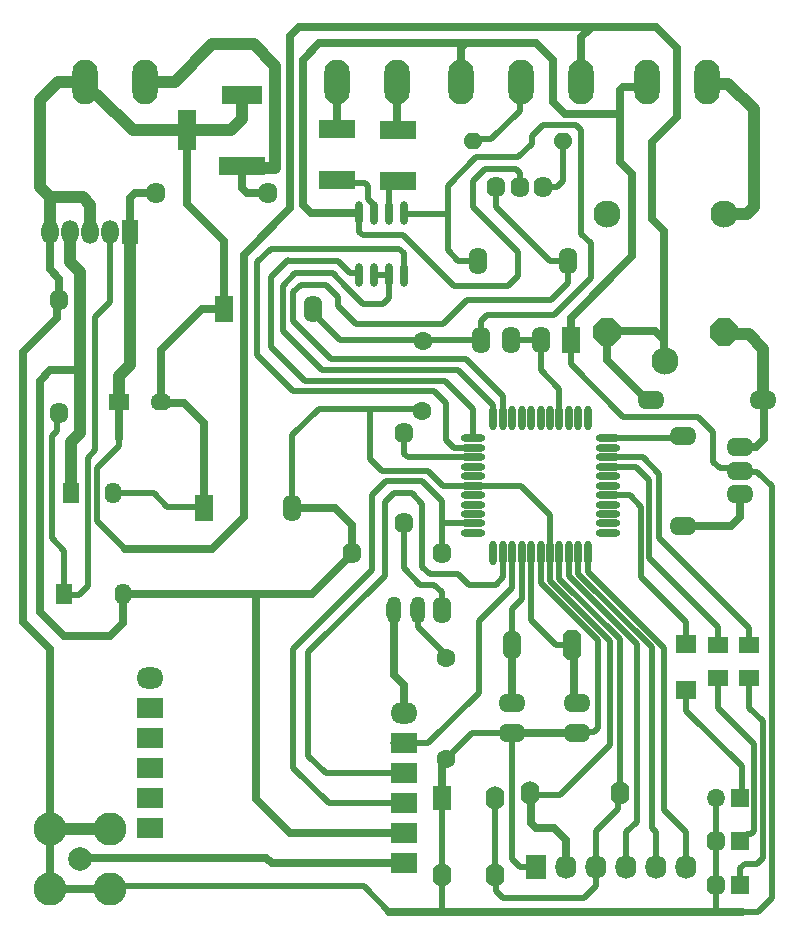
<source format=gbl>
G04*
G04 #@! TF.GenerationSoftware,Altium Limited,Altium Designer,21.0.4 (50)*
G04*
G04 Layer_Physical_Order=2*
G04 Layer_Color=16711680*
%FSLAX25Y25*%
%MOIN*%
G70*
G04*
G04 #@! TF.SameCoordinates,12FB1632-45AB-43FF-B197-4242C5EB684E*
G04*
G04*
G04 #@! TF.FilePolarity,Positive*
G04*
G01*
G75*
%ADD10R,0.06890X0.06496*%
%ADD11R,0.06500X0.05500*%
%ADD12R,0.12205X0.05906*%
%ADD13O,0.02461X0.07874*%
%ADD14O,0.08071X0.02362*%
%ADD15O,0.02362X0.08071*%
%ADD16C,0.01968*%
%ADD17C,0.02756*%
%ADD18C,0.03937*%
%ADD19R,0.06299X0.09055*%
%ADD20O,0.06299X0.09055*%
%ADD21O,0.05906X0.06299*%
%ADD22R,0.05906X0.06299*%
%ADD23O,0.06299X0.07087*%
%ADD24R,0.07000X0.08000*%
%ADD25O,0.07000X0.08000*%
%ADD26O,0.05000X0.09055*%
%ADD27O,0.06299X0.07087*%
%ADD28O,0.08500X0.15000*%
%ADD29R,0.05906X0.13780*%
%ADD30R,0.13780X0.05906*%
%ADD31R,0.15748X0.05906*%
%ADD32O,0.06299X0.05512*%
%ADD33O,0.06299X0.07874*%
%ADD34O,0.09055X0.06299*%
%ADD35O,0.05512X0.07087*%
%ADD36R,0.05512X0.07087*%
%ADD37R,0.07087X0.05512*%
%ADD38O,0.07087X0.05512*%
%ADD39O,0.06102X0.07087*%
%ADD40C,0.09055*%
%ADD41P,0.09801X8X22.5*%
%ADD42R,0.06299X0.07874*%
%ADD43R,0.09055X0.07087*%
%ADD44O,0.09055X0.07087*%
%ADD45O,0.09055X0.06299*%
G04:AMPARAMS|DCode=46|XSize=78.74mil|YSize=57.09mil|CornerRadius=28.54mil|HoleSize=0mil|Usage=FLASHONLY|Rotation=270.000|XOffset=0mil|YOffset=0mil|HoleType=Round|Shape=RoundedRectangle|*
%AMROUNDEDRECTD46*
21,1,0.07874,0.00000,0,0,270.0*
21,1,0.02165,0.05709,0,0,270.0*
1,1,0.05709,0.00000,-0.01083*
1,1,0.05709,0.00000,0.01083*
1,1,0.05709,0.00000,0.01083*
1,1,0.05709,0.00000,-0.01083*
%
%ADD46ROUNDEDRECTD46*%
%ADD47R,0.05709X0.07874*%
%ADD48C,0.11024*%
%ADD49C,0.07874*%
G04:AMPARAMS|DCode=50|XSize=100mil|YSize=60mil|CornerRadius=0mil|HoleSize=0mil|Usage=FLASHONLY|Rotation=270.000|XOffset=0mil|YOffset=0mil|HoleType=Round|Shape=Octagon|*
%AMOCTAGOND50*
4,1,8,-0.01500,-0.05000,0.01500,-0.05000,0.03000,-0.03500,0.03000,0.03500,0.01500,0.05000,-0.01500,0.05000,-0.03000,0.03500,-0.03000,-0.03500,-0.01500,-0.05000,0.0*
%
%ADD50OCTAGOND50*%

%ADD51O,0.06000X0.10000*%
%ADD52C,0.06299*%
D10*
X405500Y242823D02*
D03*
Y258177D02*
D03*
D11*
X426500Y258000D02*
D03*
Y247000D02*
D03*
X416000Y258000D02*
D03*
Y247000D02*
D03*
D12*
X309500Y429453D02*
D03*
Y412547D02*
D03*
X289000Y429953D02*
D03*
Y413047D02*
D03*
D13*
X296500Y401736D02*
D03*
X301500D02*
D03*
X306500D02*
D03*
X311500D02*
D03*
X301500Y381264D02*
D03*
X296500D02*
D03*
X306500D02*
D03*
X311500D02*
D03*
D14*
X379441Y295252D02*
D03*
Y298402D02*
D03*
Y301551D02*
D03*
Y304701D02*
D03*
Y307850D02*
D03*
Y311000D02*
D03*
Y314150D02*
D03*
Y317299D02*
D03*
Y320449D02*
D03*
Y323598D02*
D03*
Y326748D02*
D03*
X334559D02*
D03*
Y323598D02*
D03*
Y320449D02*
D03*
Y317299D02*
D03*
Y314150D02*
D03*
Y311000D02*
D03*
Y307850D02*
D03*
Y304701D02*
D03*
Y301551D02*
D03*
Y298402D02*
D03*
Y295252D02*
D03*
D15*
X372748Y333441D02*
D03*
X369598D02*
D03*
X366449D02*
D03*
X363299D02*
D03*
X360150D02*
D03*
X357000D02*
D03*
X353850D02*
D03*
X350701D02*
D03*
X347551D02*
D03*
X344402D02*
D03*
X341252D02*
D03*
Y288559D02*
D03*
X344402D02*
D03*
X347551D02*
D03*
X350701D02*
D03*
X353850D02*
D03*
X357000D02*
D03*
X360150D02*
D03*
X363299D02*
D03*
X366449D02*
D03*
X369598D02*
D03*
X372748D02*
D03*
D16*
X298347Y412000D02*
X299500Y410847D01*
Y406576D02*
Y410847D01*
X301500Y401736D02*
Y404576D01*
X299500Y406576D02*
X301500Y404576D01*
X328000Y377500D02*
X346000D01*
X349500Y381000D01*
X334500Y404000D02*
X349500Y389000D01*
Y381000D02*
Y389000D01*
X262500Y385500D02*
X267000Y390000D01*
X267250Y380500D02*
X272875Y386125D01*
X289500Y386000D02*
X293500Y382000D01*
X272875Y386125D02*
X273000Y386000D01*
X289500D01*
X285500Y378000D02*
X289500Y374000D01*
X298500Y365000D02*
X298685Y364815D01*
X295500Y365000D02*
X298500D01*
X289500Y371000D02*
Y374000D01*
Y371000D02*
X295500Y365000D01*
X311406Y381358D02*
Y388500D01*
X309906Y390000D02*
X311406Y388500D01*
X267000Y390000D02*
X309906D01*
X296273Y382000D02*
X296500Y381773D01*
X293500Y382000D02*
X296273D01*
X296500Y381264D02*
Y381773D01*
X297653Y394500D02*
X311000D01*
X296500Y395653D02*
X297653Y394500D01*
X296500Y395653D02*
Y401736D01*
X311000Y394500D02*
X328000Y377500D01*
X301500Y381264D02*
X306500D01*
X297750Y371500D02*
X304500D01*
X306500Y373500D01*
X298685Y364815D02*
X323315D01*
X292000Y377250D02*
Y377397D01*
Y377250D02*
X297750Y371500D01*
X329500Y386000D02*
X336000D01*
X326000Y389500D02*
X329500Y386000D01*
X326000Y389500D02*
Y401500D01*
Y411000D01*
X311727Y401500D02*
X326000D01*
X311500Y401727D02*
Y401736D01*
Y401727D02*
X311727Y401500D01*
X306500Y401736D02*
Y410579D01*
X308469Y412547D01*
X309500D01*
X289000Y413047D02*
X290047Y412000D01*
X298347D01*
X306500Y373500D02*
Y381264D01*
X311406Y381358D02*
X311500Y381264D01*
X287647Y381750D02*
X292000Y377397D01*
X277000Y378000D02*
X285500D01*
X275250Y381750D02*
X287647D01*
X290150Y359500D02*
X337000D01*
X281028Y368622D02*
X290150Y359500D01*
X281028Y368622D02*
Y370000D01*
X267250Y357250D02*
Y380500D01*
X271000Y377500D02*
X275250Y381750D01*
X271000Y362500D02*
Y377500D01*
X323500Y365000D02*
X324500D01*
X323315Y364815D02*
X323500Y365000D01*
X274500Y366000D02*
Y375500D01*
X277000Y378000D01*
X311500Y283437D02*
X316968Y277969D01*
X321597D02*
X324000Y275565D01*
X316968Y277969D02*
X321597D01*
X342000Y278000D02*
X344402Y280402D01*
Y288559D01*
X329500Y281500D02*
X333000Y278000D01*
X317500Y284000D02*
X320000Y281500D01*
X333000Y278000D02*
X342000D01*
X320000Y281500D02*
X329500D01*
X324000Y269500D02*
Y275565D01*
Y298303D02*
X324098Y298402D01*
X324000Y288500D02*
Y298303D01*
X274264Y327764D02*
X283000Y336500D01*
X274264Y303500D02*
Y327764D01*
X283000Y336500D02*
X300000D01*
X304000Y316000D02*
X319500D01*
X300000Y336500D02*
X317000D01*
X300000Y320000D02*
X304000Y316000D01*
X300000Y320000D02*
Y336500D01*
X319622Y225122D02*
X336500Y242000D01*
Y266000D01*
X424058Y169000D02*
X429500D01*
X424000Y169058D02*
X424058Y169000D01*
X429500D02*
X434000Y173500D01*
X213500Y372240D02*
Y395500D01*
X208500Y367240D02*
X213500Y372240D01*
X208500Y322787D02*
Y367240D01*
X405500Y236000D02*
X424000Y217500D01*
X405500Y236000D02*
Y242500D01*
X424000Y207500D02*
Y217500D01*
X396500Y293500D02*
X426500Y263500D01*
Y258000D02*
Y263500D01*
X416000Y258000D02*
Y264000D01*
X393256Y286744D02*
X416000Y264000D01*
X390500Y280500D02*
X405500Y265500D01*
Y257854D02*
Y265500D01*
X423500Y183500D02*
X425000Y185000D01*
X429000D02*
X431000Y187000D01*
X425000Y185000D02*
X429000D01*
X431000Y187000D02*
Y232500D01*
X423500Y178000D02*
Y183500D01*
X415500Y169058D02*
Y178000D01*
Y192500D01*
Y207000D01*
X423500D02*
X424000Y207500D01*
X416000Y236847D02*
Y247000D01*
X426500Y237000D02*
Y247000D01*
Y237000D02*
X431000Y232500D01*
X379441Y307850D02*
X386650D01*
X390500Y304000D01*
Y280500D02*
Y304000D01*
X393256Y286744D02*
Y312744D01*
X388701Y317299D02*
X393256Y312744D01*
X425665Y195059D02*
X427059D01*
X423500Y192500D02*
Y192894D01*
X425665Y195059D01*
X428022Y196022D02*
Y224825D01*
X427059Y195059D02*
X428022Y196022D01*
X416000Y236847D02*
X428022Y224825D01*
X434000Y173500D02*
Y311000D01*
X429285Y315715D02*
X434000Y311000D01*
X423785Y315715D02*
X429285D01*
X262500Y354500D02*
Y385500D01*
Y354500D02*
X274500Y342500D01*
X321500D01*
X278500Y346000D02*
X325000D01*
X267250Y357250D02*
X278500Y346000D01*
X271000Y362500D02*
X284000Y349500D01*
X329500D01*
X287250Y353250D02*
X332152D01*
X274500Y366000D02*
X287250Y353250D01*
X324500Y365000D02*
X332500Y373000D01*
X342000Y176000D02*
X344500Y173500D01*
X342000Y176000D02*
Y181063D01*
X341642Y181421D02*
Y206579D01*
Y181421D02*
X341858Y181205D01*
X342000Y181063D01*
X341642Y206579D02*
X341858Y206795D01*
X347500Y186500D02*
Y228500D01*
Y186500D02*
X350000Y184000D01*
X355500D01*
X209250Y299250D02*
Y317000D01*
X216610Y324360D01*
Y327000D01*
X206000Y320287D02*
X208500Y322787D01*
X206000Y277500D02*
Y320287D01*
X209250Y299250D02*
X218500Y290000D01*
X203000Y274500D02*
X206000Y277500D01*
X369598Y281491D02*
X394000Y257090D01*
Y197000D02*
Y257090D01*
X366449Y280744D02*
X389000Y258192D01*
X394000Y197000D02*
X395500Y195500D01*
X398250Y202750D02*
X405500Y195500D01*
X372748Y282239D02*
X398250Y256737D01*
Y202750D02*
Y256737D01*
X396500Y293500D02*
Y315000D01*
X405500Y184000D02*
Y195500D01*
X395500Y184000D02*
Y195500D01*
X385500D02*
X389000Y199000D01*
Y258192D01*
X422671Y316829D02*
X423785Y315715D01*
X384581Y333919D02*
X409581D01*
X414500Y329000D01*
X367000Y351500D02*
Y359500D01*
Y351500D02*
X384581Y333919D01*
X414500Y319000D02*
Y329000D01*
Y319000D02*
X416671Y316829D01*
X422671D01*
X379516Y326823D02*
X403823D01*
X404500Y327500D01*
X379441Y326748D02*
X379516Y326823D01*
X373750Y380250D02*
Y391750D01*
X339000Y368000D02*
X361500D01*
X373750Y380250D01*
X298058Y177500D02*
X306500Y169058D01*
X214500Y177500D02*
X298058D01*
X213500Y176500D02*
X214500Y177500D01*
X317000Y336500D02*
X317500Y336000D01*
X311500Y321602D02*
Y328500D01*
Y283437D02*
Y298500D01*
X321500Y342500D02*
X325500Y338500D01*
X344402Y333441D02*
Y341000D01*
X332152Y353250D02*
X344402Y341000D01*
X341000Y338000D02*
X341252D01*
Y333441D02*
Y338000D01*
X329500Y349500D02*
X341000Y338000D01*
X334559Y326748D02*
Y336441D01*
X325000Y346000D02*
X334559Y336441D01*
X325500Y326098D02*
Y338500D01*
Y326098D02*
X328000Y323598D01*
X337000Y359500D02*
Y366000D01*
X339000Y368000D01*
X370500Y395000D02*
X373750Y391750D01*
X347000Y359500D02*
X357000D01*
Y349500D02*
X363299Y343201D01*
X357000Y349500D02*
Y359500D01*
X324142Y169058D02*
Y181205D01*
X324000Y298500D02*
Y306000D01*
X317500Y312500D02*
X324000Y306000D01*
X317500Y284000D02*
Y305000D01*
X305000Y281000D02*
Y305500D01*
X314000Y308500D02*
X317500Y305000D01*
X308000Y308500D02*
X314000D01*
X305000Y305500D02*
X308000Y308500D01*
X300750Y307750D02*
X305500Y312500D01*
X317500D01*
X288067Y205122D02*
X311323D01*
X286311Y205189D02*
X288000D01*
X288067Y205122D01*
X285378Y215122D02*
X311323D01*
X307646Y225189D02*
X311390D01*
X311323Y225122D02*
X319622D01*
X311323D02*
X311390Y225189D01*
X344500Y173500D02*
X371500D01*
X385500Y184000D02*
Y195500D01*
X375500Y177500D02*
Y184000D01*
X371500Y173500D02*
X375500Y177500D01*
X382671Y207671D02*
X383500Y208500D01*
X382671Y203171D02*
Y207671D01*
X375500Y196000D02*
X382671Y203171D01*
X375500Y184000D02*
Y196000D01*
X350000Y445000D02*
X350500Y445500D01*
X350000Y436000D02*
Y445000D01*
X340500Y426500D02*
X350000Y436000D01*
X334500Y426000D02*
X335000Y426500D01*
X340500D01*
X194000Y293500D02*
Y327500D01*
X195709Y334430D02*
X196500Y335221D01*
X195709Y329209D02*
Y334430D01*
X194000Y327500D02*
X195709Y329209D01*
X312653Y320449D02*
X334559D01*
X311500Y321602D02*
X312653Y320449D01*
X232500Y304000D02*
X244236D01*
X228000Y308500D02*
X232500Y304000D01*
X214390Y308500D02*
X228000D01*
X274500Y217000D02*
Y256500D01*
X300750Y282750D01*
Y307750D01*
X279500Y221000D02*
Y255500D01*
X305000Y281000D01*
X324098Y298402D02*
X334559D01*
X324000Y298500D02*
X324098Y298402D01*
X324500Y311000D02*
X334559D01*
X319500Y316000D02*
X324500Y311000D01*
X194000Y293500D02*
X198158Y289342D01*
Y275000D02*
Y289342D01*
X198658Y274500D02*
X203000D01*
X198158Y275000D02*
X198658Y274500D01*
X244236Y304000D02*
X244736Y303500D01*
X274500Y217000D02*
X286311Y205189D01*
X328000Y323598D02*
X334559D01*
X325500Y220000D02*
X334000Y228500D01*
X334559Y311000D02*
X350500D01*
X342126Y403874D02*
Y410500D01*
Y403874D02*
X360000Y386000D01*
X366000D01*
Y378500D02*
Y386000D01*
X360500Y373000D02*
X366000Y378500D01*
X332500Y373000D02*
X360500D01*
X316126Y263874D02*
X325000Y255000D01*
X316126Y263874D02*
Y269500D01*
X279500Y221000D02*
X285378Y215122D01*
X336500Y266000D02*
X347500Y277000D01*
Y288508D01*
X347551Y288559D01*
X360150D02*
Y301350D01*
X350500Y311000D02*
X360150Y301350D01*
X324142Y181205D02*
Y206795D01*
X334000Y228500D02*
X347500D01*
X357000Y278500D02*
Y288559D01*
X360150Y279248D02*
Y288559D01*
Y279248D02*
X380000Y259397D01*
Y224500D02*
Y259397D01*
X383500Y208500D02*
Y259795D01*
X376000Y230153D02*
Y259500D01*
X363299Y279996D02*
Y288559D01*
X374847Y229000D02*
X376000Y230153D01*
X363299Y279996D02*
X383500Y259795D01*
X372748Y282239D02*
Y288559D01*
X357000Y278500D02*
X376000Y259500D01*
X369598Y281491D02*
Y288559D01*
X369500Y229000D02*
X374847D01*
X366449Y280744D02*
Y288559D01*
X369000Y228500D02*
X369500Y229000D01*
X353890Y208110D02*
X354000Y208000D01*
X353500Y208500D02*
X353890Y208110D01*
X354000Y208000D02*
X363500D01*
X380000Y224500D01*
X353850Y266150D02*
X362000Y258000D01*
X367500D01*
X353850Y266150D02*
Y288559D01*
X350701Y273201D02*
Y288559D01*
X347500Y270000D02*
X350701Y273201D01*
X347500Y258000D02*
Y270000D01*
X379441Y320449D02*
X391000D01*
X396449Y315000D02*
X396500D01*
X391000Y320449D02*
X396449Y315000D01*
X379441Y317299D02*
X388701D01*
X357653Y431244D02*
X368756D01*
X370500Y395000D02*
Y429500D01*
X368756Y431244D02*
X370500Y429500D01*
X349500Y420500D02*
X354000Y425000D01*
Y427591D02*
X357653Y431244D01*
X354000Y425000D02*
Y427591D01*
X364500Y412500D02*
Y426000D01*
X362500Y410500D02*
X364500Y412500D01*
X334500D02*
X338500Y416500D01*
X334500Y404000D02*
Y412500D01*
X338500Y416500D02*
X348847D01*
X350000Y410500D02*
Y415347D01*
X348847Y416500D02*
X350000Y415347D01*
X326000Y411000D02*
X335500Y420500D01*
X349500D01*
X357874Y410500D02*
X362500D01*
X363299Y333441D02*
Y343201D01*
X331000Y298500D02*
X331023Y298477D01*
X334484D02*
X334559Y298402D01*
X331023Y298477D02*
X334484D01*
D17*
X277705Y404531D02*
X280500Y401736D01*
X296500D01*
X288500Y412547D02*
X289000Y413047D01*
X301352Y401884D02*
X301500Y401736D01*
X306352Y401884D02*
X306500Y401736D01*
X274264Y303500D02*
X288500D01*
X294000Y288500D02*
Y298000D01*
X288500Y303500D02*
X294000Y298000D01*
X262500Y275000D02*
X280894D01*
X217843D02*
X262500D01*
X262000Y274500D02*
X262500Y275000D01*
X262000Y206689D02*
Y274500D01*
X294000Y288106D02*
Y288500D01*
X280894Y275000D02*
X294000Y288106D01*
X311323Y235122D02*
Y244677D01*
X308252Y247748D02*
Y269500D01*
Y247748D02*
X311323Y244677D01*
X257500Y410114D02*
X259114Y408500D01*
X266280D01*
X257500Y410114D02*
Y417689D01*
X220193Y406886D02*
X221807Y408500D01*
X220193Y395500D02*
Y406886D01*
X221807Y408500D02*
X228720D01*
X196500Y372779D02*
Y380000D01*
X193421Y383079D02*
X196500Y380000D01*
X193421Y383079D02*
Y395500D01*
X415500Y169058D02*
X424000D01*
X324142D02*
X415500D01*
X325500Y219041D02*
Y220000D01*
X324142Y206795D02*
Y217683D01*
X325500Y219041D01*
X216610Y327000D02*
Y339000D01*
X218500Y290000D02*
X247500D01*
X258000Y300500D01*
Y388000D02*
X273500Y403500D01*
X374000Y464000D02*
X395500D01*
X276500D02*
X374000D01*
X273500Y461000D02*
X276500Y464000D01*
X273500Y403500D02*
Y461000D01*
X258000Y300500D02*
Y388000D01*
X370500Y460500D02*
X374000Y464000D01*
X370500Y445500D02*
Y460500D01*
X395500Y464000D02*
X402500Y457000D01*
Y434000D02*
Y457000D01*
X394000Y425500D02*
X402500Y434000D01*
X394000Y400000D02*
Y425500D01*
Y400000D02*
X398000Y396000D01*
Y359500D02*
Y396000D01*
X379366Y362500D02*
X395000D01*
X379012Y362146D02*
X379366Y362500D01*
X395000D02*
X398000Y359500D01*
Y353000D02*
Y359500D01*
Y353000D02*
X398500Y352500D01*
X379012Y352831D02*
Y362146D01*
X392342Y339500D02*
X393721D01*
X379012Y352831D02*
X392342Y339500D01*
X198000Y261000D02*
X213500D01*
X277705Y453000D02*
X283205Y458500D01*
X277705Y404531D02*
Y453000D01*
X283205Y458500D02*
X332114D01*
X330500Y456886D02*
X332114Y458500D01*
X330500Y445500D02*
Y456886D01*
X332114Y458500D02*
X355500D01*
X361000Y439000D02*
Y453000D01*
X355500Y458500D02*
X361000Y453000D01*
X365000Y435000D02*
X383500D01*
X361000Y439000D02*
X365000Y435000D01*
X383500D02*
Y443000D01*
Y419000D02*
Y435000D01*
X387500Y387500D02*
Y415000D01*
X383500Y443000D02*
X384500Y444000D01*
X383500Y419000D02*
X387500Y415000D01*
X384500Y444000D02*
X391000D01*
X392500Y445500D01*
X367000Y359500D02*
Y367000D01*
X387500Y387500D01*
X306500Y169058D02*
X324142D01*
X184500Y265500D02*
Y355500D01*
Y265500D02*
X193500Y256500D01*
X267378Y185122D02*
X311323D01*
X265500Y187000D02*
X267378Y185122D01*
X204000Y187000D02*
X265500D01*
X203500Y186500D02*
X204000Y187000D01*
X193500Y176500D02*
X213500D01*
X193500D02*
Y196500D01*
Y256500D01*
X262000Y206689D02*
X273567Y195122D01*
X311323D01*
X355504Y197000D02*
X361500D01*
X353890Y198614D02*
X355504Y197000D01*
X365500Y184000D02*
Y193000D01*
X361500Y197000D02*
X365500Y193000D01*
X258189Y417000D02*
X261694D01*
X257500Y417689D02*
X258189Y417000D01*
X309000Y429953D02*
X309500Y429453D01*
X309000Y429953D02*
Y445500D01*
X289000Y429953D02*
Y445500D01*
X238996Y405004D02*
Y429500D01*
Y405004D02*
X251500Y392500D01*
X184500Y355500D02*
X195860Y366860D01*
X190000Y346000D02*
X193500Y349500D01*
X190000Y269000D02*
X198000Y261000D01*
X190000Y269000D02*
Y346000D01*
X195860Y372139D02*
X196500Y372779D01*
X195860Y366860D02*
Y372139D01*
X244736Y303500D02*
Y331764D01*
X238000Y338500D02*
X244736Y331764D01*
X230890Y338500D02*
X238000D01*
X230390Y339000D02*
X230890Y338500D01*
X251500Y370000D02*
Y392500D01*
X213500Y261000D02*
X217843Y265342D01*
Y275000D01*
X193500Y349500D02*
X203500D01*
X244000Y370000D02*
X251500D01*
X230390Y356390D02*
X244000Y370000D01*
X230390Y339000D02*
Y356390D01*
X367500Y258000D02*
X368250Y257250D01*
Y239250D02*
Y257250D01*
Y239250D02*
X369000Y238500D01*
X347500D02*
Y258000D01*
Y228500D02*
X369000D01*
X353890Y198614D02*
Y208110D01*
X404500Y297500D02*
X420500D01*
X423500Y300500D02*
Y308126D01*
X420500Y297500D02*
X423500Y300500D01*
X431280Y339500D02*
X431500Y339280D01*
Y326500D02*
Y339280D01*
X423500Y323874D02*
X428874D01*
X431500Y326500D01*
D18*
X193421Y407079D02*
X204421D01*
X206807Y395500D02*
Y404693D01*
X204421Y407079D02*
X206807Y404693D01*
X190000Y410500D02*
X193421Y407079D01*
Y395500D02*
Y407079D01*
X200114Y385492D02*
Y395500D01*
Y385492D02*
X203500Y382107D01*
Y349500D02*
Y382107D01*
X216610Y339000D02*
Y347500D01*
X220193Y351083D02*
Y395500D01*
X216610Y347500D02*
X220193Y351083D01*
X261375Y458125D02*
X268500Y451000D01*
X235000Y445500D02*
X247625Y458125D01*
X261375D01*
X225000Y445500D02*
X235000D01*
X268500Y417000D02*
Y451000D01*
X190000Y410500D02*
Y439500D01*
X196000Y445500D02*
X205000D01*
X190000Y439500D02*
X196000Y445500D01*
X207108Y441377D02*
X209123D01*
X221000Y429500D01*
X238996D01*
X205000Y443485D02*
Y445500D01*
Y443485D02*
X207108Y441377D01*
X398000Y352000D02*
X398500Y352500D01*
X261694Y417000D02*
X268500D01*
X193500Y196500D02*
X213500D01*
X412500Y445500D02*
X413000Y445000D01*
X419500D01*
X428000Y436500D01*
X228553Y408333D02*
X228720Y408500D01*
X203500Y328500D02*
Y349500D01*
X200610Y325610D02*
X203500Y328500D01*
X200610Y308500D02*
Y325610D01*
X431280Y339500D02*
Y356720D01*
X426500Y361500D02*
X431280Y356720D01*
X417988Y362146D02*
X418634Y361500D01*
X426500D01*
X417988Y401516D02*
X418047Y401575D01*
X425753D02*
X428000Y403822D01*
X418047Y401575D02*
X425753D01*
X428000Y403822D02*
Y436500D01*
X253811Y429500D02*
X257500Y433189D01*
X238996Y429500D02*
X253811D01*
X257500Y433189D02*
Y441311D01*
D19*
X244736Y303500D02*
D03*
X251500Y370000D02*
D03*
X367000Y359500D02*
D03*
D20*
X274264Y303500D02*
D03*
X324000Y269500D02*
D03*
X281028Y370000D02*
D03*
X357000Y359500D02*
D03*
X347000D02*
D03*
X337000D02*
D03*
X366000Y386000D02*
D03*
X336000D02*
D03*
D21*
X415500Y207000D02*
D03*
D22*
X423500D02*
D03*
Y178000D02*
D03*
Y192500D02*
D03*
D23*
X415500Y178000D02*
D03*
Y192500D02*
D03*
X324000Y288500D02*
D03*
X294000D02*
D03*
X228720Y408500D02*
D03*
X266280D02*
D03*
X350000Y410500D02*
D03*
X342126D02*
D03*
X357874D02*
D03*
D24*
X355500Y184000D02*
D03*
D25*
X365500D02*
D03*
X375500D02*
D03*
X385500D02*
D03*
X395500D02*
D03*
X405500D02*
D03*
D26*
X316126Y269500D02*
D03*
X308252D02*
D03*
D27*
X311500Y328500D02*
D03*
Y298500D02*
D03*
D28*
X205000Y445500D02*
D03*
X225000D02*
D03*
X289000D02*
D03*
X309000D02*
D03*
X370500D02*
D03*
X350500D02*
D03*
X330500D02*
D03*
X392500D02*
D03*
X412500D02*
D03*
D29*
X238996Y429500D02*
D03*
D30*
X257500Y441311D02*
D03*
D31*
Y417689D02*
D03*
D32*
X334500Y426000D02*
D03*
X364500D02*
D03*
D33*
X383500Y208500D02*
D03*
X353500D02*
D03*
X341858Y181205D02*
D03*
Y206795D02*
D03*
X324142Y181205D02*
D03*
D34*
X369000Y228500D02*
D03*
Y238500D02*
D03*
X347500Y228500D02*
D03*
Y238500D02*
D03*
X393721Y339500D02*
D03*
X431280D02*
D03*
D35*
X217843Y275000D02*
D03*
X214390Y308500D02*
D03*
D36*
X198158Y275000D02*
D03*
X200610Y308500D02*
D03*
D37*
X216610Y339000D02*
D03*
D38*
X230390D02*
D03*
D39*
X196500Y335221D02*
D03*
Y372779D02*
D03*
D40*
X379012Y401516D02*
D03*
X417988D02*
D03*
X398500Y352500D02*
D03*
D41*
X379012Y362146D02*
D03*
X417988D02*
D03*
D42*
X324142Y206795D02*
D03*
D43*
X311323Y185122D02*
D03*
Y195122D02*
D03*
Y205122D02*
D03*
Y215122D02*
D03*
Y225122D02*
D03*
X226677Y236933D02*
D03*
Y226933D02*
D03*
Y216933D02*
D03*
Y206933D02*
D03*
Y196933D02*
D03*
D44*
X311323Y235122D02*
D03*
X226677Y246933D02*
D03*
D45*
X423500Y316000D02*
D03*
Y323874D02*
D03*
Y308126D02*
D03*
X404500Y327500D02*
D03*
Y297500D02*
D03*
D46*
X193421Y395500D02*
D03*
X200114D02*
D03*
X206807D02*
D03*
X213500D02*
D03*
D47*
X220193D02*
D03*
D48*
X213500Y176500D02*
D03*
X193500D02*
D03*
Y196500D02*
D03*
X213500D02*
D03*
D49*
X203500Y186500D02*
D03*
D50*
X367500Y258000D02*
D03*
D51*
X347500D02*
D03*
D52*
X317750Y359250D02*
D03*
X317500Y336000D02*
D03*
X325500Y220000D02*
D03*
Y253500D02*
D03*
M02*

</source>
